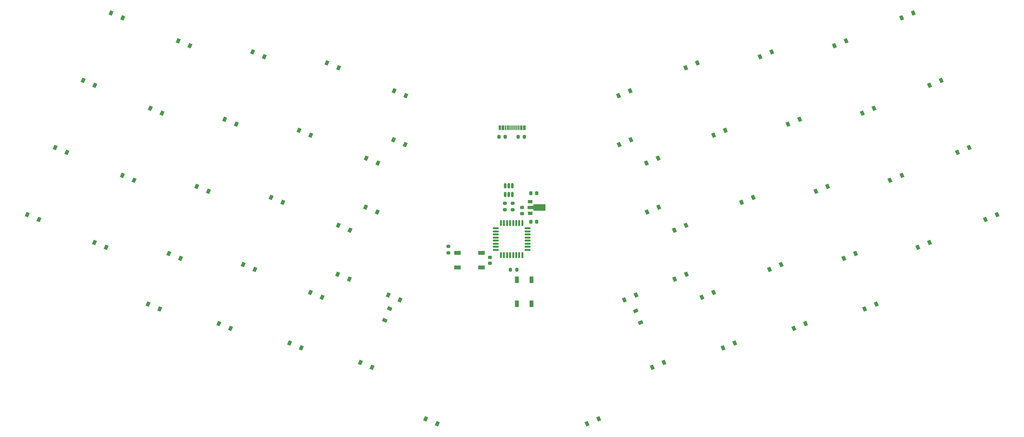
<source format=gbr>
%TF.GenerationSoftware,KiCad,Pcbnew,(6.0.0)*%
%TF.CreationDate,2022-03-22T19:27:30+01:00*%
%TF.ProjectId,main,6d61696e-2e6b-4696-9361-645f70636258,rev?*%
%TF.SameCoordinates,Original*%
%TF.FileFunction,Paste,Top*%
%TF.FilePolarity,Positive*%
%FSLAX46Y46*%
G04 Gerber Fmt 4.6, Leading zero omitted, Abs format (unit mm)*
G04 Created by KiCad (PCBNEW (6.0.0)) date 2022-03-22 19:27:30*
%MOMM*%
%LPD*%
G01*
G04 APERTURE LIST*
G04 Aperture macros list*
%AMRoundRect*
0 Rectangle with rounded corners*
0 $1 Rounding radius*
0 $2 $3 $4 $5 $6 $7 $8 $9 X,Y pos of 4 corners*
0 Add a 4 corners polygon primitive as box body*
4,1,4,$2,$3,$4,$5,$6,$7,$8,$9,$2,$3,0*
0 Add four circle primitives for the rounded corners*
1,1,$1+$1,$2,$3*
1,1,$1+$1,$4,$5*
1,1,$1+$1,$6,$7*
1,1,$1+$1,$8,$9*
0 Add four rect primitives between the rounded corners*
20,1,$1+$1,$2,$3,$4,$5,0*
20,1,$1+$1,$4,$5,$6,$7,0*
20,1,$1+$1,$6,$7,$8,$9,0*
20,1,$1+$1,$8,$9,$2,$3,0*%
%AMRotRect*
0 Rectangle, with rotation*
0 The origin of the aperture is its center*
0 $1 length*
0 $2 width*
0 $3 Rotation angle, in degrees counterclockwise*
0 Add horizontal line*
21,1,$1,$2,0,0,$3*%
%AMFreePoly0*
4,1,9,3.862500,-0.866500,0.737500,-0.866500,0.737500,-0.450000,-0.737500,-0.450000,-0.737500,0.450000,0.737500,0.450000,0.737500,0.866500,3.862500,0.866500,3.862500,-0.866500,3.862500,-0.866500,$1*%
G04 Aperture macros list end*
%ADD10RotRect,0.900000X1.200000X157.500000*%
%ADD11RotRect,0.900000X1.200000X22.500000*%
%ADD12RotRect,0.900000X1.200000X202.500000*%
%ADD13RoundRect,0.225000X0.225000X0.250000X-0.225000X0.250000X-0.225000X-0.250000X0.225000X-0.250000X0*%
%ADD14R,1.700000X1.000000*%
%ADD15RotRect,0.900000X1.200000X337.500000*%
%ADD16RoundRect,0.200000X-0.275000X0.200000X-0.275000X-0.200000X0.275000X-0.200000X0.275000X0.200000X0*%
%ADD17RoundRect,0.200000X0.275000X-0.200000X0.275000X0.200000X-0.275000X0.200000X-0.275000X-0.200000X0*%
%ADD18RotRect,0.900000X1.200000X247.500000*%
%ADD19RoundRect,0.225000X-0.250000X0.225000X-0.250000X-0.225000X0.250000X-0.225000X0.250000X0.225000X0*%
%ADD20RoundRect,0.200000X-0.200000X-0.275000X0.200000X-0.275000X0.200000X0.275000X-0.200000X0.275000X0*%
%ADD21RotRect,0.900000X1.200000X292.500000*%
%ADD22RoundRect,0.225000X-0.225000X-0.250000X0.225000X-0.250000X0.225000X0.250000X-0.225000X0.250000X0*%
%ADD23RoundRect,0.125000X0.125000X-0.625000X0.125000X0.625000X-0.125000X0.625000X-0.125000X-0.625000X0*%
%ADD24RoundRect,0.125000X0.625000X-0.125000X0.625000X0.125000X-0.625000X0.125000X-0.625000X-0.125000X0*%
%ADD25R,1.000000X1.700000*%
%ADD26R,0.300000X1.150000*%
%ADD27RoundRect,0.150000X-0.150000X0.512500X-0.150000X-0.512500X0.150000X-0.512500X0.150000X0.512500X0*%
%ADD28R,1.300000X0.900000*%
%ADD29FreePoly0,0.000000*%
%ADD30RoundRect,0.200000X0.200000X0.275000X-0.200000X0.275000X-0.200000X-0.275000X0.200000X-0.275000X0*%
G04 APERTURE END LIST*
D10*
%TO.C,D44*%
X-247914050Y-77469011D03*
X-250962852Y-76206155D03*
%TD*%
%TO.C,D48*%
X-321764388Y-57161927D03*
X-324813190Y-55899071D03*
%TD*%
D11*
%TO.C,D4*%
X-153095194Y-17536894D03*
X-150046392Y-16274038D03*
%TD*%
%TO.C,D38*%
X-92539325Y-64432911D03*
X-89490523Y-63170055D03*
%TD*%
D12*
%TO.C,D6*%
X-167443700Y-36333754D03*
X-170492502Y-37596610D03*
%TD*%
D10*
%TO.C,D22*%
X-270297246Y-32208047D03*
X-273346048Y-30945191D03*
%TD*%
D11*
%TO.C,D39*%
X-111910782Y-67315470D03*
X-108861980Y-66052614D03*
%TD*%
%TO.C,D37*%
X-74985613Y-57161926D03*
X-71936811Y-55899070D03*
%TD*%
D10*
%TO.C,D21*%
X-250925790Y-35090604D03*
X-253974592Y-33827748D03*
%TD*%
D12*
%TO.C,D52*%
X-158796495Y-94448211D03*
X-161845297Y-95711067D03*
%TD*%
D11*
%TO.C,D16*%
X-145824211Y-35090604D03*
X-142775409Y-33827748D03*
%TD*%
D13*
%TO.C,C2*%
X-191975000Y-57750000D03*
X-193525000Y-57750000D03*
%TD*%
D12*
%TO.C,D30*%
X-152901730Y-71441177D03*
X-155950532Y-72704033D03*
%TD*%
%TO.C,D51*%
X-140333444Y-89371355D03*
X-143382246Y-90634211D03*
%TD*%
D14*
%TO.C,SW61*%
X-206350000Y-69650000D03*
X-212650000Y-69650000D03*
X-206350000Y-65850000D03*
X-212650000Y-65850000D03*
%TD*%
D15*
%TO.C,D55*%
X-230682987Y-76894415D03*
X-227634185Y-78157271D03*
%TD*%
D16*
%TO.C,R6*%
X-215000000Y-64175000D03*
X-215000000Y-65825000D03*
%TD*%
D11*
%TO.C,D2*%
X-114352281Y-11771779D03*
X-111303479Y-10508923D03*
%TD*%
%TO.C,D3*%
X-133723737Y-14654337D03*
X-130674935Y-13391481D03*
%TD*%
%TO.C,D5*%
X-170648906Y-24807878D03*
X-167600104Y-23545022D03*
%TD*%
D15*
%TO.C,D60*%
X-293341259Y-79217897D03*
X-290292457Y-80480753D03*
%TD*%
D12*
%TO.C,D49*%
X-103408741Y-79217897D03*
X-106457543Y-80480753D03*
%TD*%
D17*
%TO.C,R3*%
X-200250000Y-54575000D03*
X-200250000Y-52925000D03*
%TD*%
D12*
%TO.C,D54*%
X-166067013Y-76894415D03*
X-169115815Y-78157271D03*
%TD*%
D10*
%TO.C,D46*%
X-284839218Y-67315470D03*
X-287888020Y-66052614D03*
%TD*%
D18*
%TO.C,D43*%
X-230344904Y-80389870D03*
X-231607760Y-83438672D03*
%TD*%
D15*
%TO.C,D59*%
X-274878674Y-84294668D03*
X-271829872Y-85557524D03*
%TD*%
D10*
%TO.C,D36*%
X-314493401Y-39608215D03*
X-317542203Y-38345359D03*
%TD*%
D19*
%TO.C,C3*%
X-195750000Y-54025000D03*
X-195750000Y-55575000D03*
%TD*%
D11*
%TO.C,D1*%
X-96798570Y-4500793D03*
X-93749768Y-3237937D03*
%TD*%
D15*
%TO.C,D19*%
X-236577285Y-53887465D03*
X-233528483Y-55150321D03*
%TD*%
D20*
%TO.C,R5*%
X-198825000Y-70250000D03*
X-197175000Y-70250000D03*
%TD*%
D10*
%TO.C,D8*%
X-226101093Y-24807880D03*
X-229149895Y-23545024D03*
%TD*%
D11*
%TO.C,D17*%
X-163377921Y-42361590D03*
X-160329119Y-41098734D03*
%TD*%
D10*
%TO.C,D23*%
X-289668703Y-29325490D03*
X-292717505Y-28062634D03*
%TD*%
%TO.C,D33*%
X-258196775Y-52644315D03*
X-261245577Y-51381459D03*
%TD*%
D21*
%TO.C,D42*%
X-166148276Y-81009886D03*
X-164885420Y-84058688D03*
%TD*%
D15*
%TO.C,D57*%
X-237953505Y-94448211D03*
X-234904703Y-95711067D03*
%TD*%
D22*
%TO.C,C1*%
X-193525000Y-50250000D03*
X-191975000Y-50250000D03*
%TD*%
D23*
%TO.C,U3*%
X-201300000Y-66425000D03*
X-200500000Y-66425000D03*
X-199700000Y-66425000D03*
X-198900000Y-66425000D03*
X-198100000Y-66425000D03*
X-197300000Y-66425000D03*
X-196500000Y-66425000D03*
X-195700000Y-66425000D03*
D24*
X-194325000Y-65050000D03*
X-194325000Y-64250000D03*
X-194325000Y-63450000D03*
X-194325000Y-62650000D03*
X-194325000Y-61850000D03*
X-194325000Y-61050000D03*
X-194325000Y-60250000D03*
X-194325000Y-59450000D03*
D23*
X-195700000Y-58075000D03*
X-196500000Y-58075000D03*
X-197300000Y-58075000D03*
X-198100000Y-58075000D03*
X-198900000Y-58075000D03*
X-199700000Y-58075000D03*
X-200500000Y-58075000D03*
X-201300000Y-58075000D03*
D24*
X-202675000Y-59450000D03*
X-202675000Y-60250000D03*
X-202675000Y-61050000D03*
X-202675000Y-61850000D03*
X-202675000Y-62650000D03*
X-202675000Y-63450000D03*
X-202675000Y-64250000D03*
X-202675000Y-65050000D03*
%TD*%
D10*
%TO.C,D45*%
X-265467760Y-70198027D03*
X-268516562Y-68935171D03*
%TD*%
%TO.C,D9*%
X-243654806Y-17536894D03*
X-246703608Y-16274038D03*
%TD*%
%TO.C,D34*%
X-277568234Y-49761759D03*
X-280617036Y-48498903D03*
%TD*%
D11*
%TO.C,D41*%
X-148835951Y-77469013D03*
X-145787149Y-76206157D03*
%TD*%
D12*
%TO.C,D18*%
X-160172715Y-53887465D03*
X-163221517Y-55150321D03*
%TD*%
%TO.C,D50*%
X-121871326Y-84294668D03*
X-124920128Y-85557524D03*
%TD*%
D11*
%TO.C,D29*%
X-156106937Y-59915301D03*
X-153058135Y-58652445D03*
%TD*%
D25*
%TO.C,SW62*%
X-193350000Y-79150000D03*
X-193350000Y-72850000D03*
X-197150000Y-79150000D03*
X-197150000Y-72850000D03*
%TD*%
D10*
%TO.C,D32*%
X-240643064Y-59915301D03*
X-243691866Y-58652445D03*
%TD*%
D11*
%TO.C,D15*%
X-126452754Y-32208047D03*
X-123403952Y-30945191D03*
%TD*%
D15*
%TO.C,D7*%
X-229306300Y-36333754D03*
X-226257498Y-37596610D03*
%TD*%
%TO.C,D31*%
X-243848270Y-71441177D03*
X-240799468Y-72704033D03*
%TD*%
D17*
%TO.C,R4*%
X-198250000Y-54575000D03*
X-198250000Y-52925000D03*
%TD*%
D26*
%TO.C,J1*%
X-195025000Y-33170000D03*
X-195825000Y-33170000D03*
X-197125000Y-33170000D03*
X-198125000Y-33170000D03*
X-198625000Y-33170000D03*
X-199625000Y-33170000D03*
X-200925000Y-33170000D03*
X-201725000Y-33170000D03*
X-201425000Y-33170000D03*
X-200625000Y-33170000D03*
X-200125000Y-33170000D03*
X-199125000Y-33170000D03*
X-197625000Y-33170000D03*
X-196625000Y-33170000D03*
X-196125000Y-33170000D03*
X-195325000Y-33170000D03*
%TD*%
D11*
%TO.C,D27*%
X-119181766Y-49761758D03*
X-116132964Y-48498902D03*
%TD*%
%TO.C,D28*%
X-138553225Y-52644315D03*
X-135504423Y-51381459D03*
%TD*%
%TO.C,D13*%
X-89527584Y-22054504D03*
X-86478782Y-20791648D03*
%TD*%
%TO.C,D40*%
X-131282240Y-70198027D03*
X-128233438Y-68935171D03*
%TD*%
D10*
%TO.C,D12*%
X-299951430Y-4500793D03*
X-303000232Y-3237937D03*
%TD*%
%TO.C,D24*%
X-307222416Y-22054504D03*
X-310271218Y-20791648D03*
%TD*%
D15*
%TO.C,D58*%
X-256416091Y-89371440D03*
X-253367289Y-90634296D03*
%TD*%
D10*
%TO.C,D20*%
X-233372079Y-42361590D03*
X-236420881Y-41098734D03*
%TD*%
%TO.C,D47*%
X-304210675Y-64432912D03*
X-307259477Y-63170056D03*
%TD*%
D15*
%TO.C,D56*%
X-220932200Y-109210709D03*
X-217883398Y-110473565D03*
%TD*%
D19*
%TO.C,C4*%
X-204149999Y-67025000D03*
X-204149999Y-68575000D03*
%TD*%
D12*
%TO.C,D53*%
X-175817800Y-109210710D03*
X-178866602Y-110473566D03*
%TD*%
D10*
%TO.C,D10*%
X-263026262Y-14654336D03*
X-266075064Y-13391480D03*
%TD*%
%TO.C,D35*%
X-296939690Y-46879201D03*
X-299988492Y-45616345D03*
%TD*%
D20*
%TO.C,R1*%
X-201825000Y-35500000D03*
X-200175000Y-35500000D03*
%TD*%
D11*
%TO.C,D26*%
X-99810310Y-46879201D03*
X-96761508Y-45616345D03*
%TD*%
%TO.C,D25*%
X-82256599Y-39608215D03*
X-79207797Y-38345359D03*
%TD*%
D27*
%TO.C,U1*%
X-198300000Y-48362500D03*
X-199250000Y-48362500D03*
X-200200000Y-48362500D03*
X-200200000Y-50637500D03*
X-199250000Y-50637500D03*
X-198300000Y-50637500D03*
%TD*%
D28*
%TO.C,U2*%
X-193650000Y-52500000D03*
D29*
X-193562500Y-54000000D03*
D28*
X-193650000Y-55500000D03*
%TD*%
D10*
%TO.C,D11*%
X-282397720Y-11771778D03*
X-285446522Y-10508922D03*
%TD*%
D11*
%TO.C,D14*%
X-107081296Y-29325489D03*
X-104032494Y-28062633D03*
%TD*%
D30*
%TO.C,R2*%
X-195174999Y-35500001D03*
X-196824999Y-35500001D03*
%TD*%
M02*

</source>
